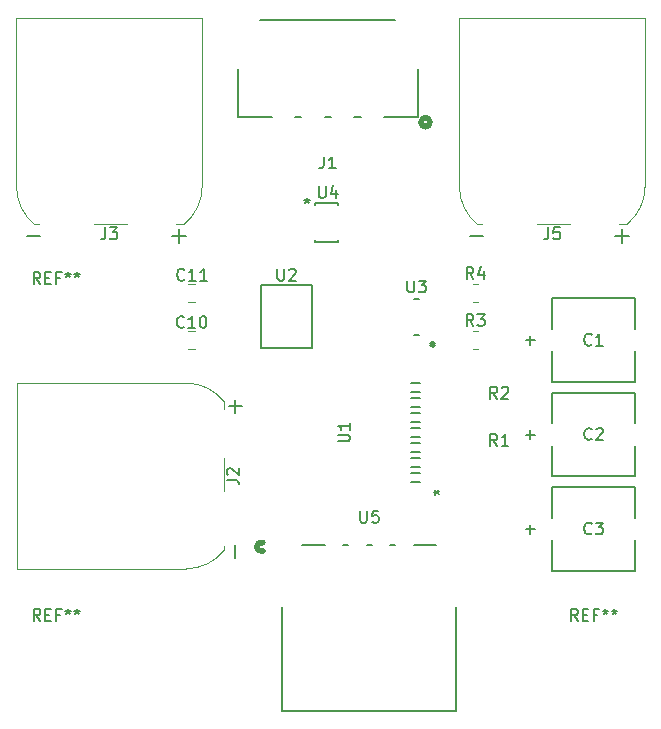
<source format=gbr>
%TF.GenerationSoftware,KiCad,Pcbnew,8.0.6*%
%TF.CreationDate,2025-02-22T22:44:17-05:00*%
%TF.ProjectId,Electrical schematic,456c6563-7472-4696-9361-6c2073636865,rev?*%
%TF.SameCoordinates,Original*%
%TF.FileFunction,Legend,Top*%
%TF.FilePolarity,Positive*%
%FSLAX46Y46*%
G04 Gerber Fmt 4.6, Leading zero omitted, Abs format (unit mm)*
G04 Created by KiCad (PCBNEW 8.0.6) date 2025-02-22 22:44:17*
%MOMM*%
%LPD*%
G01*
G04 APERTURE LIST*
%ADD10C,0.150000*%
%ADD11C,0.152400*%
%ADD12C,0.120000*%
%ADD13C,0.508000*%
G04 APERTURE END LIST*
D10*
X149833333Y-88954819D02*
X149500000Y-88478628D01*
X149261905Y-88954819D02*
X149261905Y-87954819D01*
X149261905Y-87954819D02*
X149642857Y-87954819D01*
X149642857Y-87954819D02*
X149738095Y-88002438D01*
X149738095Y-88002438D02*
X149785714Y-88050057D01*
X149785714Y-88050057D02*
X149833333Y-88145295D01*
X149833333Y-88145295D02*
X149833333Y-88288152D01*
X149833333Y-88288152D02*
X149785714Y-88383390D01*
X149785714Y-88383390D02*
X149738095Y-88431009D01*
X149738095Y-88431009D02*
X149642857Y-88478628D01*
X149642857Y-88478628D02*
X149261905Y-88478628D01*
X150785714Y-88954819D02*
X150214286Y-88954819D01*
X150500000Y-88954819D02*
X150500000Y-87954819D01*
X150500000Y-87954819D02*
X150404762Y-88097676D01*
X150404762Y-88097676D02*
X150309524Y-88192914D01*
X150309524Y-88192914D02*
X150214286Y-88240533D01*
X111166666Y-75254819D02*
X110833333Y-74778628D01*
X110595238Y-75254819D02*
X110595238Y-74254819D01*
X110595238Y-74254819D02*
X110976190Y-74254819D01*
X110976190Y-74254819D02*
X111071428Y-74302438D01*
X111071428Y-74302438D02*
X111119047Y-74350057D01*
X111119047Y-74350057D02*
X111166666Y-74445295D01*
X111166666Y-74445295D02*
X111166666Y-74588152D01*
X111166666Y-74588152D02*
X111119047Y-74683390D01*
X111119047Y-74683390D02*
X111071428Y-74731009D01*
X111071428Y-74731009D02*
X110976190Y-74778628D01*
X110976190Y-74778628D02*
X110595238Y-74778628D01*
X111595238Y-74731009D02*
X111928571Y-74731009D01*
X112071428Y-75254819D02*
X111595238Y-75254819D01*
X111595238Y-75254819D02*
X111595238Y-74254819D01*
X111595238Y-74254819D02*
X112071428Y-74254819D01*
X112833333Y-74731009D02*
X112500000Y-74731009D01*
X112500000Y-75254819D02*
X112500000Y-74254819D01*
X112500000Y-74254819D02*
X112976190Y-74254819D01*
X113500000Y-74254819D02*
X113500000Y-74492914D01*
X113261905Y-74397676D02*
X113500000Y-74492914D01*
X113500000Y-74492914D02*
X113738095Y-74397676D01*
X113357143Y-74683390D02*
X113500000Y-74492914D01*
X113500000Y-74492914D02*
X113642857Y-74683390D01*
X114261905Y-74254819D02*
X114261905Y-74492914D01*
X114023810Y-74397676D02*
X114261905Y-74492914D01*
X114261905Y-74492914D02*
X114500000Y-74397676D01*
X114119048Y-74683390D02*
X114261905Y-74492914D01*
X114261905Y-74492914D02*
X114404762Y-74683390D01*
X157833333Y-96359580D02*
X157785714Y-96407200D01*
X157785714Y-96407200D02*
X157642857Y-96454819D01*
X157642857Y-96454819D02*
X157547619Y-96454819D01*
X157547619Y-96454819D02*
X157404762Y-96407200D01*
X157404762Y-96407200D02*
X157309524Y-96311961D01*
X157309524Y-96311961D02*
X157261905Y-96216723D01*
X157261905Y-96216723D02*
X157214286Y-96026247D01*
X157214286Y-96026247D02*
X157214286Y-95883390D01*
X157214286Y-95883390D02*
X157261905Y-95692914D01*
X157261905Y-95692914D02*
X157309524Y-95597676D01*
X157309524Y-95597676D02*
X157404762Y-95502438D01*
X157404762Y-95502438D02*
X157547619Y-95454819D01*
X157547619Y-95454819D02*
X157642857Y-95454819D01*
X157642857Y-95454819D02*
X157785714Y-95502438D01*
X157785714Y-95502438D02*
X157833333Y-95550057D01*
X158166667Y-95454819D02*
X158785714Y-95454819D01*
X158785714Y-95454819D02*
X158452381Y-95835771D01*
X158452381Y-95835771D02*
X158595238Y-95835771D01*
X158595238Y-95835771D02*
X158690476Y-95883390D01*
X158690476Y-95883390D02*
X158738095Y-95931009D01*
X158738095Y-95931009D02*
X158785714Y-96026247D01*
X158785714Y-96026247D02*
X158785714Y-96264342D01*
X158785714Y-96264342D02*
X158738095Y-96359580D01*
X158738095Y-96359580D02*
X158690476Y-96407200D01*
X158690476Y-96407200D02*
X158595238Y-96454819D01*
X158595238Y-96454819D02*
X158309524Y-96454819D01*
X158309524Y-96454819D02*
X158214286Y-96407200D01*
X158214286Y-96407200D02*
X158166667Y-96359580D01*
X131238095Y-73954819D02*
X131238095Y-74764342D01*
X131238095Y-74764342D02*
X131285714Y-74859580D01*
X131285714Y-74859580D02*
X131333333Y-74907200D01*
X131333333Y-74907200D02*
X131428571Y-74954819D01*
X131428571Y-74954819D02*
X131619047Y-74954819D01*
X131619047Y-74954819D02*
X131714285Y-74907200D01*
X131714285Y-74907200D02*
X131761904Y-74859580D01*
X131761904Y-74859580D02*
X131809523Y-74764342D01*
X131809523Y-74764342D02*
X131809523Y-73954819D01*
X132238095Y-74050057D02*
X132285714Y-74002438D01*
X132285714Y-74002438D02*
X132380952Y-73954819D01*
X132380952Y-73954819D02*
X132619047Y-73954819D01*
X132619047Y-73954819D02*
X132714285Y-74002438D01*
X132714285Y-74002438D02*
X132761904Y-74050057D01*
X132761904Y-74050057D02*
X132809523Y-74145295D01*
X132809523Y-74145295D02*
X132809523Y-74240533D01*
X132809523Y-74240533D02*
X132761904Y-74383390D01*
X132761904Y-74383390D02*
X132190476Y-74954819D01*
X132190476Y-74954819D02*
X132809523Y-74954819D01*
X147833333Y-74804819D02*
X147500000Y-74328628D01*
X147261905Y-74804819D02*
X147261905Y-73804819D01*
X147261905Y-73804819D02*
X147642857Y-73804819D01*
X147642857Y-73804819D02*
X147738095Y-73852438D01*
X147738095Y-73852438D02*
X147785714Y-73900057D01*
X147785714Y-73900057D02*
X147833333Y-73995295D01*
X147833333Y-73995295D02*
X147833333Y-74138152D01*
X147833333Y-74138152D02*
X147785714Y-74233390D01*
X147785714Y-74233390D02*
X147738095Y-74281009D01*
X147738095Y-74281009D02*
X147642857Y-74328628D01*
X147642857Y-74328628D02*
X147261905Y-74328628D01*
X148690476Y-74138152D02*
X148690476Y-74804819D01*
X148452381Y-73757200D02*
X148214286Y-74471485D01*
X148214286Y-74471485D02*
X148833333Y-74471485D01*
X157833333Y-88359580D02*
X157785714Y-88407200D01*
X157785714Y-88407200D02*
X157642857Y-88454819D01*
X157642857Y-88454819D02*
X157547619Y-88454819D01*
X157547619Y-88454819D02*
X157404762Y-88407200D01*
X157404762Y-88407200D02*
X157309524Y-88311961D01*
X157309524Y-88311961D02*
X157261905Y-88216723D01*
X157261905Y-88216723D02*
X157214286Y-88026247D01*
X157214286Y-88026247D02*
X157214286Y-87883390D01*
X157214286Y-87883390D02*
X157261905Y-87692914D01*
X157261905Y-87692914D02*
X157309524Y-87597676D01*
X157309524Y-87597676D02*
X157404762Y-87502438D01*
X157404762Y-87502438D02*
X157547619Y-87454819D01*
X157547619Y-87454819D02*
X157642857Y-87454819D01*
X157642857Y-87454819D02*
X157785714Y-87502438D01*
X157785714Y-87502438D02*
X157833333Y-87550057D01*
X158214286Y-87550057D02*
X158261905Y-87502438D01*
X158261905Y-87502438D02*
X158357143Y-87454819D01*
X158357143Y-87454819D02*
X158595238Y-87454819D01*
X158595238Y-87454819D02*
X158690476Y-87502438D01*
X158690476Y-87502438D02*
X158738095Y-87550057D01*
X158738095Y-87550057D02*
X158785714Y-87645295D01*
X158785714Y-87645295D02*
X158785714Y-87740533D01*
X158785714Y-87740533D02*
X158738095Y-87883390D01*
X158738095Y-87883390D02*
X158166667Y-88454819D01*
X158166667Y-88454819D02*
X158785714Y-88454819D01*
X149833333Y-84954819D02*
X149500000Y-84478628D01*
X149261905Y-84954819D02*
X149261905Y-83954819D01*
X149261905Y-83954819D02*
X149642857Y-83954819D01*
X149642857Y-83954819D02*
X149738095Y-84002438D01*
X149738095Y-84002438D02*
X149785714Y-84050057D01*
X149785714Y-84050057D02*
X149833333Y-84145295D01*
X149833333Y-84145295D02*
X149833333Y-84288152D01*
X149833333Y-84288152D02*
X149785714Y-84383390D01*
X149785714Y-84383390D02*
X149738095Y-84431009D01*
X149738095Y-84431009D02*
X149642857Y-84478628D01*
X149642857Y-84478628D02*
X149261905Y-84478628D01*
X150214286Y-84050057D02*
X150261905Y-84002438D01*
X150261905Y-84002438D02*
X150357143Y-83954819D01*
X150357143Y-83954819D02*
X150595238Y-83954819D01*
X150595238Y-83954819D02*
X150690476Y-84002438D01*
X150690476Y-84002438D02*
X150738095Y-84050057D01*
X150738095Y-84050057D02*
X150785714Y-84145295D01*
X150785714Y-84145295D02*
X150785714Y-84240533D01*
X150785714Y-84240533D02*
X150738095Y-84383390D01*
X150738095Y-84383390D02*
X150166667Y-84954819D01*
X150166667Y-84954819D02*
X150785714Y-84954819D01*
X134738095Y-66954819D02*
X134738095Y-67764342D01*
X134738095Y-67764342D02*
X134785714Y-67859580D01*
X134785714Y-67859580D02*
X134833333Y-67907200D01*
X134833333Y-67907200D02*
X134928571Y-67954819D01*
X134928571Y-67954819D02*
X135119047Y-67954819D01*
X135119047Y-67954819D02*
X135214285Y-67907200D01*
X135214285Y-67907200D02*
X135261904Y-67859580D01*
X135261904Y-67859580D02*
X135309523Y-67764342D01*
X135309523Y-67764342D02*
X135309523Y-66954819D01*
X136214285Y-67288152D02*
X136214285Y-67954819D01*
X135976190Y-66907200D02*
X135738095Y-67621485D01*
X135738095Y-67621485D02*
X136357142Y-67621485D01*
X133746000Y-67954819D02*
X133746000Y-68192914D01*
X133507905Y-68097676D02*
X133746000Y-68192914D01*
X133746000Y-68192914D02*
X133984095Y-68097676D01*
X133603143Y-68383390D02*
X133746000Y-68192914D01*
X133746000Y-68192914D02*
X133888857Y-68383390D01*
X133746000Y-67954819D02*
X133746000Y-68192914D01*
X133507905Y-68097676D02*
X133746000Y-68192914D01*
X133746000Y-68192914D02*
X133984095Y-68097676D01*
X133603143Y-68383390D02*
X133746000Y-68192914D01*
X133746000Y-68192914D02*
X133888857Y-68383390D01*
X111166666Y-103754819D02*
X110833333Y-103278628D01*
X110595238Y-103754819D02*
X110595238Y-102754819D01*
X110595238Y-102754819D02*
X110976190Y-102754819D01*
X110976190Y-102754819D02*
X111071428Y-102802438D01*
X111071428Y-102802438D02*
X111119047Y-102850057D01*
X111119047Y-102850057D02*
X111166666Y-102945295D01*
X111166666Y-102945295D02*
X111166666Y-103088152D01*
X111166666Y-103088152D02*
X111119047Y-103183390D01*
X111119047Y-103183390D02*
X111071428Y-103231009D01*
X111071428Y-103231009D02*
X110976190Y-103278628D01*
X110976190Y-103278628D02*
X110595238Y-103278628D01*
X111595238Y-103231009D02*
X111928571Y-103231009D01*
X112071428Y-103754819D02*
X111595238Y-103754819D01*
X111595238Y-103754819D02*
X111595238Y-102754819D01*
X111595238Y-102754819D02*
X112071428Y-102754819D01*
X112833333Y-103231009D02*
X112500000Y-103231009D01*
X112500000Y-103754819D02*
X112500000Y-102754819D01*
X112500000Y-102754819D02*
X112976190Y-102754819D01*
X113500000Y-102754819D02*
X113500000Y-102992914D01*
X113261905Y-102897676D02*
X113500000Y-102992914D01*
X113500000Y-102992914D02*
X113738095Y-102897676D01*
X113357143Y-103183390D02*
X113500000Y-102992914D01*
X113500000Y-102992914D02*
X113642857Y-103183390D01*
X114261905Y-102754819D02*
X114261905Y-102992914D01*
X114023810Y-102897676D02*
X114261905Y-102992914D01*
X114261905Y-102992914D02*
X114500000Y-102897676D01*
X114119048Y-103183390D02*
X114261905Y-102992914D01*
X114261905Y-102992914D02*
X114404762Y-103183390D01*
X138238095Y-94454819D02*
X138238095Y-95264342D01*
X138238095Y-95264342D02*
X138285714Y-95359580D01*
X138285714Y-95359580D02*
X138333333Y-95407200D01*
X138333333Y-95407200D02*
X138428571Y-95454819D01*
X138428571Y-95454819D02*
X138619047Y-95454819D01*
X138619047Y-95454819D02*
X138714285Y-95407200D01*
X138714285Y-95407200D02*
X138761904Y-95359580D01*
X138761904Y-95359580D02*
X138809523Y-95264342D01*
X138809523Y-95264342D02*
X138809523Y-94454819D01*
X139761904Y-94454819D02*
X139285714Y-94454819D01*
X139285714Y-94454819D02*
X139238095Y-94931009D01*
X139238095Y-94931009D02*
X139285714Y-94883390D01*
X139285714Y-94883390D02*
X139380952Y-94835771D01*
X139380952Y-94835771D02*
X139619047Y-94835771D01*
X139619047Y-94835771D02*
X139714285Y-94883390D01*
X139714285Y-94883390D02*
X139761904Y-94931009D01*
X139761904Y-94931009D02*
X139809523Y-95026247D01*
X139809523Y-95026247D02*
X139809523Y-95264342D01*
X139809523Y-95264342D02*
X139761904Y-95359580D01*
X139761904Y-95359580D02*
X139714285Y-95407200D01*
X139714285Y-95407200D02*
X139619047Y-95454819D01*
X139619047Y-95454819D02*
X139380952Y-95454819D01*
X139380952Y-95454819D02*
X139285714Y-95407200D01*
X139285714Y-95407200D02*
X139238095Y-95359580D01*
X135166666Y-64454819D02*
X135166666Y-65169104D01*
X135166666Y-65169104D02*
X135119047Y-65311961D01*
X135119047Y-65311961D02*
X135023809Y-65407200D01*
X135023809Y-65407200D02*
X134880952Y-65454819D01*
X134880952Y-65454819D02*
X134785714Y-65454819D01*
X136166666Y-65454819D02*
X135595238Y-65454819D01*
X135880952Y-65454819D02*
X135880952Y-64454819D01*
X135880952Y-64454819D02*
X135785714Y-64597676D01*
X135785714Y-64597676D02*
X135690476Y-64692914D01*
X135690476Y-64692914D02*
X135595238Y-64740533D01*
X116666666Y-70454819D02*
X116666666Y-71169104D01*
X116666666Y-71169104D02*
X116619047Y-71311961D01*
X116619047Y-71311961D02*
X116523809Y-71407200D01*
X116523809Y-71407200D02*
X116380952Y-71454819D01*
X116380952Y-71454819D02*
X116285714Y-71454819D01*
X117047619Y-70454819D02*
X117666666Y-70454819D01*
X117666666Y-70454819D02*
X117333333Y-70835771D01*
X117333333Y-70835771D02*
X117476190Y-70835771D01*
X117476190Y-70835771D02*
X117571428Y-70883390D01*
X117571428Y-70883390D02*
X117619047Y-70931009D01*
X117619047Y-70931009D02*
X117666666Y-71026247D01*
X117666666Y-71026247D02*
X117666666Y-71264342D01*
X117666666Y-71264342D02*
X117619047Y-71359580D01*
X117619047Y-71359580D02*
X117571428Y-71407200D01*
X117571428Y-71407200D02*
X117476190Y-71454819D01*
X117476190Y-71454819D02*
X117190476Y-71454819D01*
X117190476Y-71454819D02*
X117095238Y-71407200D01*
X117095238Y-71407200D02*
X117047619Y-71359580D01*
X122328571Y-71164700D02*
X123471429Y-71164700D01*
X122900000Y-71736128D02*
X122900000Y-70593271D01*
X110028571Y-71164700D02*
X111171429Y-71164700D01*
X154166666Y-70454819D02*
X154166666Y-71169104D01*
X154166666Y-71169104D02*
X154119047Y-71311961D01*
X154119047Y-71311961D02*
X154023809Y-71407200D01*
X154023809Y-71407200D02*
X153880952Y-71454819D01*
X153880952Y-71454819D02*
X153785714Y-71454819D01*
X155119047Y-70454819D02*
X154642857Y-70454819D01*
X154642857Y-70454819D02*
X154595238Y-70931009D01*
X154595238Y-70931009D02*
X154642857Y-70883390D01*
X154642857Y-70883390D02*
X154738095Y-70835771D01*
X154738095Y-70835771D02*
X154976190Y-70835771D01*
X154976190Y-70835771D02*
X155071428Y-70883390D01*
X155071428Y-70883390D02*
X155119047Y-70931009D01*
X155119047Y-70931009D02*
X155166666Y-71026247D01*
X155166666Y-71026247D02*
X155166666Y-71264342D01*
X155166666Y-71264342D02*
X155119047Y-71359580D01*
X155119047Y-71359580D02*
X155071428Y-71407200D01*
X155071428Y-71407200D02*
X154976190Y-71454819D01*
X154976190Y-71454819D02*
X154738095Y-71454819D01*
X154738095Y-71454819D02*
X154642857Y-71407200D01*
X154642857Y-71407200D02*
X154595238Y-71359580D01*
X159828571Y-71164700D02*
X160971429Y-71164700D01*
X160400000Y-71736128D02*
X160400000Y-70593271D01*
X147528571Y-71164700D02*
X148671429Y-71164700D01*
X157833333Y-80359580D02*
X157785714Y-80407200D01*
X157785714Y-80407200D02*
X157642857Y-80454819D01*
X157642857Y-80454819D02*
X157547619Y-80454819D01*
X157547619Y-80454819D02*
X157404762Y-80407200D01*
X157404762Y-80407200D02*
X157309524Y-80311961D01*
X157309524Y-80311961D02*
X157261905Y-80216723D01*
X157261905Y-80216723D02*
X157214286Y-80026247D01*
X157214286Y-80026247D02*
X157214286Y-79883390D01*
X157214286Y-79883390D02*
X157261905Y-79692914D01*
X157261905Y-79692914D02*
X157309524Y-79597676D01*
X157309524Y-79597676D02*
X157404762Y-79502438D01*
X157404762Y-79502438D02*
X157547619Y-79454819D01*
X157547619Y-79454819D02*
X157642857Y-79454819D01*
X157642857Y-79454819D02*
X157785714Y-79502438D01*
X157785714Y-79502438D02*
X157833333Y-79550057D01*
X158785714Y-80454819D02*
X158214286Y-80454819D01*
X158500000Y-80454819D02*
X158500000Y-79454819D01*
X158500000Y-79454819D02*
X158404762Y-79597676D01*
X158404762Y-79597676D02*
X158309524Y-79692914D01*
X158309524Y-79692914D02*
X158214286Y-79740533D01*
X123357142Y-74859580D02*
X123309523Y-74907200D01*
X123309523Y-74907200D02*
X123166666Y-74954819D01*
X123166666Y-74954819D02*
X123071428Y-74954819D01*
X123071428Y-74954819D02*
X122928571Y-74907200D01*
X122928571Y-74907200D02*
X122833333Y-74811961D01*
X122833333Y-74811961D02*
X122785714Y-74716723D01*
X122785714Y-74716723D02*
X122738095Y-74526247D01*
X122738095Y-74526247D02*
X122738095Y-74383390D01*
X122738095Y-74383390D02*
X122785714Y-74192914D01*
X122785714Y-74192914D02*
X122833333Y-74097676D01*
X122833333Y-74097676D02*
X122928571Y-74002438D01*
X122928571Y-74002438D02*
X123071428Y-73954819D01*
X123071428Y-73954819D02*
X123166666Y-73954819D01*
X123166666Y-73954819D02*
X123309523Y-74002438D01*
X123309523Y-74002438D02*
X123357142Y-74050057D01*
X124309523Y-74954819D02*
X123738095Y-74954819D01*
X124023809Y-74954819D02*
X124023809Y-73954819D01*
X124023809Y-73954819D02*
X123928571Y-74097676D01*
X123928571Y-74097676D02*
X123833333Y-74192914D01*
X123833333Y-74192914D02*
X123738095Y-74240533D01*
X125261904Y-74954819D02*
X124690476Y-74954819D01*
X124976190Y-74954819D02*
X124976190Y-73954819D01*
X124976190Y-73954819D02*
X124880952Y-74097676D01*
X124880952Y-74097676D02*
X124785714Y-74192914D01*
X124785714Y-74192914D02*
X124690476Y-74240533D01*
X156666666Y-103754819D02*
X156333333Y-103278628D01*
X156095238Y-103754819D02*
X156095238Y-102754819D01*
X156095238Y-102754819D02*
X156476190Y-102754819D01*
X156476190Y-102754819D02*
X156571428Y-102802438D01*
X156571428Y-102802438D02*
X156619047Y-102850057D01*
X156619047Y-102850057D02*
X156666666Y-102945295D01*
X156666666Y-102945295D02*
X156666666Y-103088152D01*
X156666666Y-103088152D02*
X156619047Y-103183390D01*
X156619047Y-103183390D02*
X156571428Y-103231009D01*
X156571428Y-103231009D02*
X156476190Y-103278628D01*
X156476190Y-103278628D02*
X156095238Y-103278628D01*
X157095238Y-103231009D02*
X157428571Y-103231009D01*
X157571428Y-103754819D02*
X157095238Y-103754819D01*
X157095238Y-103754819D02*
X157095238Y-102754819D01*
X157095238Y-102754819D02*
X157571428Y-102754819D01*
X158333333Y-103231009D02*
X158000000Y-103231009D01*
X158000000Y-103754819D02*
X158000000Y-102754819D01*
X158000000Y-102754819D02*
X158476190Y-102754819D01*
X159000000Y-102754819D02*
X159000000Y-102992914D01*
X158761905Y-102897676D02*
X159000000Y-102992914D01*
X159000000Y-102992914D02*
X159238095Y-102897676D01*
X158857143Y-103183390D02*
X159000000Y-102992914D01*
X159000000Y-102992914D02*
X159142857Y-103183390D01*
X159761905Y-102754819D02*
X159761905Y-102992914D01*
X159523810Y-102897676D02*
X159761905Y-102992914D01*
X159761905Y-102992914D02*
X160000000Y-102897676D01*
X159619048Y-103183390D02*
X159761905Y-102992914D01*
X159761905Y-102992914D02*
X159904762Y-103183390D01*
X142238095Y-74954819D02*
X142238095Y-75764342D01*
X142238095Y-75764342D02*
X142285714Y-75859580D01*
X142285714Y-75859580D02*
X142333333Y-75907200D01*
X142333333Y-75907200D02*
X142428571Y-75954819D01*
X142428571Y-75954819D02*
X142619047Y-75954819D01*
X142619047Y-75954819D02*
X142714285Y-75907200D01*
X142714285Y-75907200D02*
X142761904Y-75859580D01*
X142761904Y-75859580D02*
X142809523Y-75764342D01*
X142809523Y-75764342D02*
X142809523Y-74954819D01*
X143190476Y-74954819D02*
X143809523Y-74954819D01*
X143809523Y-74954819D02*
X143476190Y-75335771D01*
X143476190Y-75335771D02*
X143619047Y-75335771D01*
X143619047Y-75335771D02*
X143714285Y-75383390D01*
X143714285Y-75383390D02*
X143761904Y-75431009D01*
X143761904Y-75431009D02*
X143809523Y-75526247D01*
X143809523Y-75526247D02*
X143809523Y-75764342D01*
X143809523Y-75764342D02*
X143761904Y-75859580D01*
X143761904Y-75859580D02*
X143714285Y-75907200D01*
X143714285Y-75907200D02*
X143619047Y-75954819D01*
X143619047Y-75954819D02*
X143333333Y-75954819D01*
X143333333Y-75954819D02*
X143238095Y-75907200D01*
X143238095Y-75907200D02*
X143190476Y-75859580D01*
X144371599Y-80545180D02*
X144371599Y-80307085D01*
X144609694Y-80402323D02*
X144371599Y-80307085D01*
X144371599Y-80307085D02*
X144133504Y-80402323D01*
X144514456Y-80116609D02*
X144371599Y-80307085D01*
X144371599Y-80307085D02*
X144228742Y-80116609D01*
X144371600Y-80106619D02*
X144371600Y-80344714D01*
X144133505Y-80249476D02*
X144371600Y-80344714D01*
X144371600Y-80344714D02*
X144609695Y-80249476D01*
X144228743Y-80535190D02*
X144371600Y-80344714D01*
X144371600Y-80344714D02*
X144514457Y-80535190D01*
X123319642Y-78859580D02*
X123272023Y-78907200D01*
X123272023Y-78907200D02*
X123129166Y-78954819D01*
X123129166Y-78954819D02*
X123033928Y-78954819D01*
X123033928Y-78954819D02*
X122891071Y-78907200D01*
X122891071Y-78907200D02*
X122795833Y-78811961D01*
X122795833Y-78811961D02*
X122748214Y-78716723D01*
X122748214Y-78716723D02*
X122700595Y-78526247D01*
X122700595Y-78526247D02*
X122700595Y-78383390D01*
X122700595Y-78383390D02*
X122748214Y-78192914D01*
X122748214Y-78192914D02*
X122795833Y-78097676D01*
X122795833Y-78097676D02*
X122891071Y-78002438D01*
X122891071Y-78002438D02*
X123033928Y-77954819D01*
X123033928Y-77954819D02*
X123129166Y-77954819D01*
X123129166Y-77954819D02*
X123272023Y-78002438D01*
X123272023Y-78002438D02*
X123319642Y-78050057D01*
X124272023Y-78954819D02*
X123700595Y-78954819D01*
X123986309Y-78954819D02*
X123986309Y-77954819D01*
X123986309Y-77954819D02*
X123891071Y-78097676D01*
X123891071Y-78097676D02*
X123795833Y-78192914D01*
X123795833Y-78192914D02*
X123700595Y-78240533D01*
X124891071Y-77954819D02*
X124986309Y-77954819D01*
X124986309Y-77954819D02*
X125081547Y-78002438D01*
X125081547Y-78002438D02*
X125129166Y-78050057D01*
X125129166Y-78050057D02*
X125176785Y-78145295D01*
X125176785Y-78145295D02*
X125224404Y-78335771D01*
X125224404Y-78335771D02*
X125224404Y-78573866D01*
X125224404Y-78573866D02*
X125176785Y-78764342D01*
X125176785Y-78764342D02*
X125129166Y-78859580D01*
X125129166Y-78859580D02*
X125081547Y-78907200D01*
X125081547Y-78907200D02*
X124986309Y-78954819D01*
X124986309Y-78954819D02*
X124891071Y-78954819D01*
X124891071Y-78954819D02*
X124795833Y-78907200D01*
X124795833Y-78907200D02*
X124748214Y-78859580D01*
X124748214Y-78859580D02*
X124700595Y-78764342D01*
X124700595Y-78764342D02*
X124652976Y-78573866D01*
X124652976Y-78573866D02*
X124652976Y-78335771D01*
X124652976Y-78335771D02*
X124700595Y-78145295D01*
X124700595Y-78145295D02*
X124748214Y-78050057D01*
X124748214Y-78050057D02*
X124795833Y-78002438D01*
X124795833Y-78002438D02*
X124891071Y-77954819D01*
X147833333Y-78804819D02*
X147500000Y-78328628D01*
X147261905Y-78804819D02*
X147261905Y-77804819D01*
X147261905Y-77804819D02*
X147642857Y-77804819D01*
X147642857Y-77804819D02*
X147738095Y-77852438D01*
X147738095Y-77852438D02*
X147785714Y-77900057D01*
X147785714Y-77900057D02*
X147833333Y-77995295D01*
X147833333Y-77995295D02*
X147833333Y-78138152D01*
X147833333Y-78138152D02*
X147785714Y-78233390D01*
X147785714Y-78233390D02*
X147738095Y-78281009D01*
X147738095Y-78281009D02*
X147642857Y-78328628D01*
X147642857Y-78328628D02*
X147261905Y-78328628D01*
X148166667Y-77804819D02*
X148785714Y-77804819D01*
X148785714Y-77804819D02*
X148452381Y-78185771D01*
X148452381Y-78185771D02*
X148595238Y-78185771D01*
X148595238Y-78185771D02*
X148690476Y-78233390D01*
X148690476Y-78233390D02*
X148738095Y-78281009D01*
X148738095Y-78281009D02*
X148785714Y-78376247D01*
X148785714Y-78376247D02*
X148785714Y-78614342D01*
X148785714Y-78614342D02*
X148738095Y-78709580D01*
X148738095Y-78709580D02*
X148690476Y-78757200D01*
X148690476Y-78757200D02*
X148595238Y-78804819D01*
X148595238Y-78804819D02*
X148309524Y-78804819D01*
X148309524Y-78804819D02*
X148214286Y-78757200D01*
X148214286Y-78757200D02*
X148166667Y-78709580D01*
X136364919Y-88571904D02*
X137174442Y-88571904D01*
X137174442Y-88571904D02*
X137269680Y-88524285D01*
X137269680Y-88524285D02*
X137317300Y-88476666D01*
X137317300Y-88476666D02*
X137364919Y-88381428D01*
X137364919Y-88381428D02*
X137364919Y-88190952D01*
X137364919Y-88190952D02*
X137317300Y-88095714D01*
X137317300Y-88095714D02*
X137269680Y-88048095D01*
X137269680Y-88048095D02*
X137174442Y-88000476D01*
X137174442Y-88000476D02*
X136364919Y-88000476D01*
X137364919Y-87000476D02*
X137364919Y-87571904D01*
X137364919Y-87286190D02*
X136364919Y-87286190D01*
X136364919Y-87286190D02*
X136507776Y-87381428D01*
X136507776Y-87381428D02*
X136603014Y-87476666D01*
X136603014Y-87476666D02*
X136650633Y-87571904D01*
X144454819Y-92889999D02*
X144692914Y-92889999D01*
X144597676Y-93128094D02*
X144692914Y-92889999D01*
X144692914Y-92889999D02*
X144597676Y-92651904D01*
X144883390Y-93032856D02*
X144692914Y-92889999D01*
X144692914Y-92889999D02*
X144883390Y-92747142D01*
X144454819Y-92889999D02*
X144692914Y-92889999D01*
X144597676Y-93128094D02*
X144692914Y-92889999D01*
X144692914Y-92889999D02*
X144597676Y-92651904D01*
X144883390Y-93032856D02*
X144692914Y-92889999D01*
X144692914Y-92889999D02*
X144883390Y-92747142D01*
X126954819Y-91833333D02*
X127669104Y-91833333D01*
X127669104Y-91833333D02*
X127811961Y-91880952D01*
X127811961Y-91880952D02*
X127907200Y-91976190D01*
X127907200Y-91976190D02*
X127954819Y-92119047D01*
X127954819Y-92119047D02*
X127954819Y-92214285D01*
X127050057Y-91404761D02*
X127002438Y-91357142D01*
X127002438Y-91357142D02*
X126954819Y-91261904D01*
X126954819Y-91261904D02*
X126954819Y-91023809D01*
X126954819Y-91023809D02*
X127002438Y-90928571D01*
X127002438Y-90928571D02*
X127050057Y-90880952D01*
X127050057Y-90880952D02*
X127145295Y-90833333D01*
X127145295Y-90833333D02*
X127240533Y-90833333D01*
X127240533Y-90833333D02*
X127383390Y-90880952D01*
X127383390Y-90880952D02*
X127954819Y-91452380D01*
X127954819Y-91452380D02*
X127954819Y-90833333D01*
X127664700Y-98471428D02*
X127664700Y-97328571D01*
X127664700Y-86171428D02*
X127664700Y-85028571D01*
X128236128Y-85599999D02*
X127093271Y-85599999D01*
D11*
%TO.C,C3*%
X152627900Y-95619000D02*
X152627900Y-96381000D01*
X153008900Y-96000000D02*
X152246900Y-96000000D01*
X154469400Y-92469400D02*
X154469400Y-95057660D01*
X154469400Y-96942340D02*
X154469400Y-99530600D01*
X154469400Y-99530600D02*
X161530600Y-99530600D01*
X161530600Y-92469400D02*
X154469400Y-92469400D01*
X161530600Y-95057660D02*
X161530600Y-92469400D01*
X161530600Y-99530600D02*
X161530600Y-96942340D01*
%TO.C,U2*%
X129879100Y-75371100D02*
X129879100Y-80628900D01*
X129879100Y-80628900D02*
X134120900Y-80628900D01*
X134120900Y-75371100D02*
X129879100Y-75371100D01*
X134120900Y-80628900D02*
X134120900Y-75371100D01*
D12*
%TO.C,R4*%
X147772936Y-75265000D02*
X148227064Y-75265000D01*
X147772936Y-76735000D02*
X148227064Y-76735000D01*
D11*
%TO.C,C2*%
X152627900Y-87619000D02*
X152627900Y-88381000D01*
X153008900Y-88000000D02*
X152246900Y-88000000D01*
X154469400Y-84469400D02*
X154469400Y-87057660D01*
X154469400Y-88942340D02*
X154469400Y-91530600D01*
X154469400Y-91530600D02*
X161530600Y-91530600D01*
X161530600Y-84469400D02*
X154469400Y-84469400D01*
X161530600Y-87057660D02*
X161530600Y-84469400D01*
X161530600Y-91530600D02*
X161530600Y-88942340D01*
%TO.C,U4*%
X134374650Y-68373599D02*
X134374650Y-68538658D01*
X134374650Y-71561340D02*
X134374650Y-71726399D01*
X134374650Y-71726399D02*
X136330450Y-71726399D01*
X136330450Y-68373599D02*
X134374650Y-68373599D01*
X136330450Y-68538658D02*
X136330450Y-68373599D01*
X136330450Y-71726399D02*
X136330450Y-71561340D01*
%TO.C,U5*%
X131623001Y-102604232D02*
X131623001Y-111377001D01*
X131623001Y-111377001D02*
X146376998Y-111377001D01*
X135222760Y-97323000D02*
X133327341Y-97323000D01*
X137222759Y-97323000D02*
X136777240Y-97323000D01*
X139222760Y-97323000D02*
X138777239Y-97323000D01*
X141222758Y-97323000D02*
X140777240Y-97323000D01*
X144672657Y-97323000D02*
X142777238Y-97323000D01*
X146376998Y-111377001D02*
X146376998Y-102604232D01*
D13*
X129994861Y-97850289D02*
G75*
G02*
X129994861Y-97149711I-149861J350289D01*
G01*
D11*
%TO.C,J1*%
X127867300Y-57048041D02*
X127867300Y-61127500D01*
X127867300Y-61127500D02*
X130769560Y-61127500D01*
X132730440Y-61127500D02*
X133269560Y-61127500D01*
X135230440Y-61127500D02*
X135769560Y-61127500D01*
X137730440Y-61127500D02*
X138269560Y-61127500D01*
X140230440Y-61127500D02*
X143132700Y-61127500D01*
X141215559Y-52872500D02*
X129784441Y-52872500D01*
X143132700Y-61127500D02*
X143132700Y-57048041D01*
D13*
X144148700Y-61549501D02*
G75*
G02*
X143386700Y-61549501I-381000J0D01*
G01*
X143386700Y-61549501D02*
G75*
G02*
X144148700Y-61549501I381000J0D01*
G01*
D12*
%TO.C,J3*%
X109140000Y-52690000D02*
X109140000Y-67000000D01*
X109140000Y-52690000D02*
X124860000Y-52690000D01*
X110690000Y-70210000D02*
X111090000Y-70210000D01*
X115710000Y-70210000D02*
X118500000Y-70210000D01*
X122650000Y-70210000D02*
X123320000Y-70210000D01*
X124860000Y-52690000D02*
X124860000Y-67000000D01*
X110681285Y-70208395D02*
G75*
G02*
X109140000Y-67000000I2568716J3208396D01*
G01*
X124860000Y-67000000D02*
G75*
G02*
X123319747Y-70207569I-4110000J0D01*
G01*
%TO.C,J5*%
X146640000Y-52690000D02*
X146640000Y-67000000D01*
X146640000Y-52690000D02*
X162360000Y-52690000D01*
X148190000Y-70210000D02*
X148590000Y-70210000D01*
X153210000Y-70210000D02*
X156000000Y-70210000D01*
X160150000Y-70210000D02*
X160820000Y-70210000D01*
X162360000Y-52690000D02*
X162360000Y-67000000D01*
X148181285Y-70208395D02*
G75*
G02*
X146640000Y-67000000I2568716J3208396D01*
G01*
X162360000Y-67000000D02*
G75*
G02*
X160819747Y-70207569I-4110000J0D01*
G01*
D11*
%TO.C,C1*%
X152627900Y-79619000D02*
X152627900Y-80381000D01*
X153008900Y-80000000D02*
X152246900Y-80000000D01*
X154469400Y-76469400D02*
X154469400Y-79057660D01*
X154469400Y-80942340D02*
X154469400Y-83530600D01*
X154469400Y-83530600D02*
X161530600Y-83530600D01*
X161530600Y-76469400D02*
X154469400Y-76469400D01*
X161530600Y-79057660D02*
X161530600Y-76469400D01*
X161530600Y-83530600D02*
X161530600Y-80942340D01*
D12*
%TO.C,C11*%
X124223752Y-75265000D02*
X123701248Y-75265000D01*
X124223752Y-76735000D02*
X123701248Y-76735000D01*
D11*
%TO.C,U3*%
X142773684Y-79524000D02*
X143226316Y-79524000D01*
X143226316Y-76476000D02*
X142773684Y-76476000D01*
D12*
%TO.C,C10*%
X124223752Y-79265000D02*
X123701248Y-79265000D01*
X124223752Y-80735000D02*
X123701248Y-80735000D01*
%TO.C,R3*%
X147772936Y-79265000D02*
X148227064Y-79265000D01*
X147772936Y-80735000D02*
X148227064Y-80735000D01*
D11*
%TO.C,U1*%
X142574300Y-83631700D02*
X143310900Y-83631700D01*
X142574300Y-84368300D02*
X143310900Y-84368300D01*
X142574300Y-84901700D02*
X143310900Y-84901700D01*
X142574300Y-85638300D02*
X143310900Y-85638300D01*
X142574300Y-86171700D02*
X143310900Y-86171700D01*
X142574300Y-86908300D02*
X143310900Y-86908300D01*
X142574300Y-87441700D02*
X143310900Y-87441700D01*
X142574300Y-88178300D02*
X143310900Y-88178300D01*
X142574300Y-88711700D02*
X143310900Y-88711700D01*
X142574300Y-89448300D02*
X143310900Y-89448300D01*
X142574300Y-89981700D02*
X143310900Y-89981700D01*
X142574300Y-90718300D02*
X143310900Y-90718300D01*
X142574300Y-91251700D02*
X143310900Y-91251700D01*
X142574300Y-91988300D02*
X143310900Y-91988300D01*
D12*
%TO.C,J2*%
X109190000Y-83640000D02*
X123500000Y-83640000D01*
X109190000Y-99360000D02*
X109190000Y-83640000D01*
X109190000Y-99360000D02*
X123500000Y-99360000D01*
X126710000Y-85850000D02*
X126710000Y-85180000D01*
X126710000Y-92790000D02*
X126710000Y-90000000D01*
X126710000Y-97810000D02*
X126710000Y-97410000D01*
X123500000Y-83640000D02*
G75*
G02*
X126707569Y-85180253I0J-4110000D01*
G01*
X126708395Y-97818715D02*
G75*
G02*
X123500000Y-99360000I-3208396J2568716D01*
G01*
%TD*%
M02*

</source>
